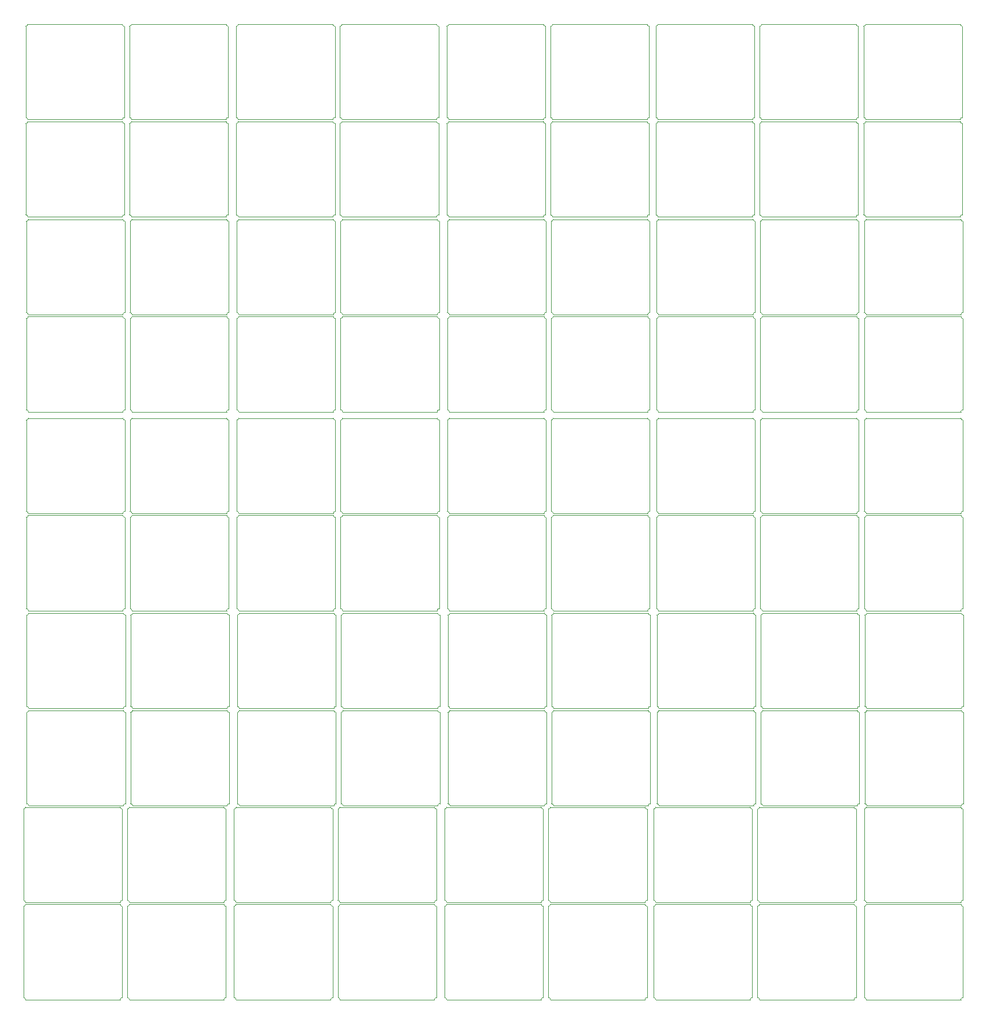
<source format=gbr>
%TF.GenerationSoftware,KiCad,Pcbnew,7.0.2*%
%TF.CreationDate,2023-05-08T22:29:03+02:00*%
%TF.ProjectId,verasity_PCB,76657261-7369-4747-995f-5043422e6b69,rev?*%
%TF.SameCoordinates,Original*%
%TF.FileFunction,Profile,NP*%
%FSLAX46Y46*%
G04 Gerber Fmt 4.6, Leading zero omitted, Abs format (unit mm)*
G04 Created by KiCad (PCBNEW 7.0.2) date 2023-05-08 22:29:03*
%MOMM*%
%LPD*%
G01*
G04 APERTURE LIST*
%TA.AperFunction,Profile*%
%ADD10C,0.010000*%
%TD*%
G04 APERTURE END LIST*
D10*
%TO.C,REF\u002A\u002A*%
X142629375Y-58784375D02*
X142629375Y-72184375D01*
X142929375Y-72484375D02*
X156829375Y-72484375D01*
X156829375Y-58484375D02*
X142929375Y-58484375D01*
X157129375Y-72184375D02*
X157129375Y-58784375D01*
X142929375Y-72484375D02*
G75*
G03*
X142629375Y-72184375I-300000J0D01*
G01*
X142629375Y-58784375D02*
G75*
G03*
X142929375Y-58484375I0J300000D01*
G01*
X157129375Y-72184375D02*
G75*
G03*
X156829375Y-72484375I0J-300000D01*
G01*
X156829375Y-58484375D02*
G75*
G03*
X157129375Y-58784375I300000J0D01*
G01*
X80856250Y-15842500D02*
X80856250Y-29242500D01*
X81156250Y-29542500D02*
X95056250Y-29542500D01*
X95056250Y-15542500D02*
X81156250Y-15542500D01*
X95356250Y-29242500D02*
X95356250Y-15842500D01*
X81156250Y-29542500D02*
G75*
G03*
X80856250Y-29242500I-300000J0D01*
G01*
X80856250Y-15842500D02*
G75*
G03*
X81156250Y-15542500I0J300000D01*
G01*
X95356250Y-29242500D02*
G75*
G03*
X95056250Y-29542500I0J-300000D01*
G01*
X95056250Y-15542500D02*
G75*
G03*
X95356250Y-15842500I300000J0D01*
G01*
X157850000Y-72992500D02*
X157850000Y-86392500D01*
X158150000Y-86692500D02*
X172050000Y-86692500D01*
X172050000Y-72692500D02*
X158150000Y-72692500D01*
X172350000Y-86392500D02*
X172350000Y-72992500D01*
X158150000Y-86692500D02*
G75*
G03*
X157850000Y-86392500I-300000J0D01*
G01*
X157850000Y-72992500D02*
G75*
G03*
X158150000Y-72692500I0J300000D01*
G01*
X172350000Y-86392500D02*
G75*
G03*
X172050000Y-86692500I0J-300000D01*
G01*
X172050000Y-72692500D02*
G75*
G03*
X172350000Y-72992500I300000J0D01*
G01*
X157929375Y-44496875D02*
X157929375Y-57896875D01*
X158229375Y-58196875D02*
X172129375Y-58196875D01*
X172129375Y-44196875D02*
X158229375Y-44196875D01*
X172429375Y-57896875D02*
X172429375Y-44496875D01*
X158229375Y-58196875D02*
G75*
G03*
X157929375Y-57896875I-300000J0D01*
G01*
X157929375Y-44496875D02*
G75*
G03*
X158229375Y-44196875I0J300000D01*
G01*
X172429375Y-57896875D02*
G75*
G03*
X172129375Y-58196875I0J-300000D01*
G01*
X172129375Y-44196875D02*
G75*
G03*
X172429375Y-44496875I300000J0D01*
G01*
X111891875Y-44496875D02*
X111891875Y-57896875D01*
X112191875Y-58196875D02*
X126091875Y-58196875D01*
X126091875Y-44196875D02*
X112191875Y-44196875D01*
X126391875Y-57896875D02*
X126391875Y-44496875D01*
X112191875Y-58196875D02*
G75*
G03*
X111891875Y-57896875I-300000J0D01*
G01*
X111891875Y-44496875D02*
G75*
G03*
X112191875Y-44196875I0J300000D01*
G01*
X126391875Y-57896875D02*
G75*
G03*
X126091875Y-58196875I0J-300000D01*
G01*
X126091875Y-44196875D02*
G75*
G03*
X126391875Y-44496875I300000J0D01*
G01*
X157850000Y-920000D02*
X157850000Y-14320000D01*
X158150000Y-14620000D02*
X172050000Y-14620000D01*
X172050000Y-620000D02*
X158150000Y-620000D01*
X172350000Y-14320000D02*
X172350000Y-920000D01*
X158150000Y-14620000D02*
G75*
G03*
X157850000Y-14320000I-300000J0D01*
G01*
X157850000Y-920000D02*
G75*
G03*
X158150000Y-620000I0J300000D01*
G01*
X172350000Y-14320000D02*
G75*
G03*
X172050000Y-14620000I0J-300000D01*
G01*
X172050000Y-620000D02*
G75*
G03*
X172350000Y-920000I300000J0D01*
G01*
X142550000Y13367500D02*
X142550000Y-32500D01*
X142850000Y-332500D02*
X156750000Y-332500D01*
X156750000Y13667500D02*
X142850000Y13667500D01*
X157050000Y-32500D02*
X157050000Y13367500D01*
X142850000Y-332500D02*
G75*
G03*
X142550000Y-32500I-300000J0D01*
G01*
X142550000Y13367500D02*
G75*
G03*
X142850000Y13667500I0J300000D01*
G01*
X157050000Y-32500D02*
G75*
G03*
X156750000Y-332500I0J-300000D01*
G01*
X156750000Y13667500D02*
G75*
G03*
X157050000Y13367500I300000J0D01*
G01*
X34640625Y13367500D02*
X34640625Y-32500D01*
X34940625Y-332500D02*
X48840625Y-332500D01*
X48840625Y13667500D02*
X34940625Y13667500D01*
X49140625Y-32500D02*
X49140625Y13367500D01*
X34940625Y-332500D02*
G75*
G03*
X34640625Y-32500I-300000J0D01*
G01*
X34640625Y13367500D02*
G75*
G03*
X34940625Y13667500I0J300000D01*
G01*
X49140625Y-32500D02*
G75*
G03*
X48840625Y-332500I0J-300000D01*
G01*
X48840625Y13667500D02*
G75*
G03*
X49140625Y13367500I300000J0D01*
G01*
X65676250Y-44496875D02*
X65676250Y-57896875D01*
X65976250Y-58196875D02*
X79876250Y-58196875D01*
X79876250Y-44196875D02*
X65976250Y-44196875D01*
X80176250Y-57896875D02*
X80176250Y-44496875D01*
X65976250Y-58196875D02*
G75*
G03*
X65676250Y-57896875I-300000J0D01*
G01*
X65676250Y-44496875D02*
G75*
G03*
X65976250Y-44196875I0J300000D01*
G01*
X80176250Y-57896875D02*
G75*
G03*
X79876250Y-58196875I0J-300000D01*
G01*
X79876250Y-44196875D02*
G75*
G03*
X80176250Y-44496875I300000J0D01*
G01*
X80935625Y-58784375D02*
X80935625Y-72184375D01*
X81235625Y-72484375D02*
X95135625Y-72484375D01*
X95135625Y-58484375D02*
X81235625Y-58484375D01*
X95435625Y-72184375D02*
X95435625Y-58784375D01*
X81235625Y-72484375D02*
G75*
G03*
X80935625Y-72184375I-300000J0D01*
G01*
X80935625Y-58784375D02*
G75*
G03*
X81235625Y-58484375I0J300000D01*
G01*
X95435625Y-72184375D02*
G75*
G03*
X95135625Y-72484375I0J-300000D01*
G01*
X95135625Y-58484375D02*
G75*
G03*
X95435625Y-58784375I300000J0D01*
G01*
X65200000Y-87280000D02*
X65200000Y-100680000D01*
X65500000Y-100980000D02*
X79400000Y-100980000D01*
X79400000Y-86980000D02*
X65500000Y-86980000D01*
X79700000Y-100680000D02*
X79700000Y-87280000D01*
X65500000Y-100980000D02*
G75*
G03*
X65200000Y-100680000I-300000J0D01*
G01*
X65200000Y-87280000D02*
G75*
G03*
X65500000Y-86980000I0J300000D01*
G01*
X79700000Y-100680000D02*
G75*
G03*
X79400000Y-100980000I0J-300000D01*
G01*
X79400000Y-86980000D02*
G75*
G03*
X79700000Y-87280000I300000J0D01*
G01*
X96553125Y13367500D02*
X96553125Y-32500D01*
X96853125Y-332500D02*
X110753125Y-332500D01*
X110753125Y13667500D02*
X96853125Y13667500D01*
X111053125Y-32500D02*
X111053125Y13367500D01*
X96853125Y-332500D02*
G75*
G03*
X96553125Y-32500I-300000J0D01*
G01*
X96553125Y13367500D02*
G75*
G03*
X96853125Y13667500I0J300000D01*
G01*
X111053125Y-32500D02*
G75*
G03*
X110753125Y-332500I0J-300000D01*
G01*
X110753125Y13667500D02*
G75*
G03*
X111053125Y13367500I300000J0D01*
G01*
X49820625Y27734375D02*
X49820625Y14334375D01*
X50120625Y14034375D02*
X64020625Y14034375D01*
X64020625Y28034375D02*
X50120625Y28034375D01*
X64320625Y14334375D02*
X64320625Y27734375D01*
X50120625Y14034375D02*
G75*
G03*
X49820625Y14334375I-300000J0D01*
G01*
X49820625Y27734375D02*
G75*
G03*
X50120625Y28034375I0J300000D01*
G01*
X64320625Y14334375D02*
G75*
G03*
X64020625Y14034375I0J-300000D01*
G01*
X64020625Y28034375D02*
G75*
G03*
X64320625Y27734375I300000J0D01*
G01*
X157929375Y-58784375D02*
X157929375Y-72184375D01*
X158229375Y-72484375D02*
X172129375Y-72484375D01*
X172129375Y-58484375D02*
X158229375Y-58484375D01*
X172429375Y-72184375D02*
X172429375Y-58784375D01*
X158229375Y-72484375D02*
G75*
G03*
X157929375Y-72184375I-300000J0D01*
G01*
X157929375Y-58784375D02*
G75*
G03*
X158229375Y-58484375I0J300000D01*
G01*
X172429375Y-72184375D02*
G75*
G03*
X172129375Y-72484375I0J-300000D01*
G01*
X172129375Y-58484375D02*
G75*
G03*
X172429375Y-58784375I300000J0D01*
G01*
X34561250Y27734375D02*
X34561250Y14334375D01*
X34861250Y14034375D02*
X48761250Y14034375D01*
X48761250Y28034375D02*
X34861250Y28034375D01*
X49061250Y14334375D02*
X49061250Y27734375D01*
X34861250Y14034375D02*
G75*
G03*
X34561250Y14334375I-300000J0D01*
G01*
X34561250Y27734375D02*
G75*
G03*
X34861250Y28034375I0J300000D01*
G01*
X49061250Y14334375D02*
G75*
G03*
X48761250Y14034375I0J-300000D01*
G01*
X48761250Y28034375D02*
G75*
G03*
X49061250Y27734375I300000J0D01*
G01*
X65596875Y-920000D02*
X65596875Y-14320000D01*
X65896875Y-14620000D02*
X79796875Y-14620000D01*
X79796875Y-620000D02*
X65896875Y-620000D01*
X80096875Y-14320000D02*
X80096875Y-920000D01*
X65896875Y-14620000D02*
G75*
G03*
X65596875Y-14320000I-300000J0D01*
G01*
X65596875Y-920000D02*
G75*
G03*
X65896875Y-620000I0J300000D01*
G01*
X80096875Y-14320000D02*
G75*
G03*
X79796875Y-14620000I0J-300000D01*
G01*
X79796875Y-620000D02*
G75*
G03*
X80096875Y-920000I300000J0D01*
G01*
X142153125Y-87280000D02*
X142153125Y-100680000D01*
X142453125Y-100980000D02*
X156353125Y-100980000D01*
X156353125Y-86980000D02*
X142453125Y-86980000D01*
X156653125Y-100680000D02*
X156653125Y-87280000D01*
X142453125Y-100980000D02*
G75*
G03*
X142153125Y-100680000I-300000J0D01*
G01*
X142153125Y-87280000D02*
G75*
G03*
X142453125Y-86980000I0J300000D01*
G01*
X156653125Y-100680000D02*
G75*
G03*
X156353125Y-100980000I0J-300000D01*
G01*
X156353125Y-86980000D02*
G75*
G03*
X156653125Y-87280000I300000J0D01*
G01*
X34720000Y-44496875D02*
X34720000Y-57896875D01*
X35020000Y-58196875D02*
X48920000Y-58196875D01*
X48920000Y-44196875D02*
X35020000Y-44196875D01*
X49220000Y-57896875D02*
X49220000Y-44496875D01*
X35020000Y-58196875D02*
G75*
G03*
X34720000Y-57896875I-300000J0D01*
G01*
X34720000Y-44496875D02*
G75*
G03*
X35020000Y-44196875I0J300000D01*
G01*
X49220000Y-57896875D02*
G75*
G03*
X48920000Y-58196875I0J-300000D01*
G01*
X48920000Y-44196875D02*
G75*
G03*
X49220000Y-44496875I300000J0D01*
G01*
X80776875Y27734375D02*
X80776875Y14334375D01*
X81076875Y14034375D02*
X94976875Y14034375D01*
X94976875Y28034375D02*
X81076875Y28034375D01*
X95276875Y14334375D02*
X95276875Y27734375D01*
X81076875Y14034375D02*
G75*
G03*
X80776875Y14334375I-300000J0D01*
G01*
X80776875Y27734375D02*
G75*
G03*
X81076875Y28034375I0J300000D01*
G01*
X95276875Y14334375D02*
G75*
G03*
X94976875Y14034375I0J-300000D01*
G01*
X94976875Y28034375D02*
G75*
G03*
X95276875Y27734375I300000J0D01*
G01*
X142470625Y42021875D02*
X142470625Y28621875D01*
X142770625Y28321875D02*
X156670625Y28321875D01*
X156670625Y42321875D02*
X142770625Y42321875D01*
X156970625Y28621875D02*
X156970625Y42021875D01*
X142770625Y28321875D02*
G75*
G03*
X142470625Y28621875I-300000J0D01*
G01*
X142470625Y42021875D02*
G75*
G03*
X142770625Y42321875I0J300000D01*
G01*
X156970625Y28621875D02*
G75*
G03*
X156670625Y28321875I0J-300000D01*
G01*
X156670625Y42321875D02*
G75*
G03*
X156970625Y42021875I300000J0D01*
G01*
X80935625Y-44496875D02*
X80935625Y-57896875D01*
X81235625Y-58196875D02*
X95135625Y-58196875D01*
X95135625Y-44196875D02*
X81235625Y-44196875D01*
X95435625Y-57896875D02*
X95435625Y-44496875D01*
X81235625Y-58196875D02*
G75*
G03*
X80935625Y-57896875I-300000J0D01*
G01*
X80935625Y-44496875D02*
G75*
G03*
X81235625Y-44196875I0J300000D01*
G01*
X95435625Y-57896875D02*
G75*
G03*
X95135625Y-58196875I0J-300000D01*
G01*
X95135625Y-44196875D02*
G75*
G03*
X95435625Y-44496875I300000J0D01*
G01*
X96156250Y-72992500D02*
X96156250Y-86392500D01*
X96456250Y-86692500D02*
X110356250Y-86692500D01*
X110356250Y-72692500D02*
X96456250Y-72692500D01*
X110656250Y-86392500D02*
X110656250Y-72992500D01*
X96456250Y-86692500D02*
G75*
G03*
X96156250Y-86392500I-300000J0D01*
G01*
X96156250Y-72992500D02*
G75*
G03*
X96456250Y-72692500I0J300000D01*
G01*
X110656250Y-86392500D02*
G75*
G03*
X110356250Y-86692500I0J-300000D01*
G01*
X110356250Y-72692500D02*
G75*
G03*
X110656250Y-72992500I300000J0D01*
G01*
X127211250Y42021875D02*
X127211250Y28621875D01*
X127511250Y28321875D02*
X141411250Y28321875D01*
X141411250Y42321875D02*
X127511250Y42321875D01*
X141711250Y28621875D02*
X141711250Y42021875D01*
X127511250Y28321875D02*
G75*
G03*
X127211250Y28621875I-300000J0D01*
G01*
X127211250Y42021875D02*
G75*
G03*
X127511250Y42321875I0J300000D01*
G01*
X141711250Y28621875D02*
G75*
G03*
X141411250Y28321875I0J-300000D01*
G01*
X141411250Y42321875D02*
G75*
G03*
X141711250Y42021875I300000J0D01*
G01*
X80776875Y42021875D02*
X80776875Y28621875D01*
X81076875Y28321875D02*
X94976875Y28321875D01*
X94976875Y42321875D02*
X81076875Y42321875D01*
X95276875Y28621875D02*
X95276875Y42021875D01*
X81076875Y28321875D02*
G75*
G03*
X80776875Y28621875I-300000J0D01*
G01*
X80776875Y42021875D02*
G75*
G03*
X81076875Y42321875I0J300000D01*
G01*
X95276875Y28621875D02*
G75*
G03*
X94976875Y28321875I0J-300000D01*
G01*
X94976875Y42321875D02*
G75*
G03*
X95276875Y42021875I300000J0D01*
G01*
X157770625Y42021875D02*
X157770625Y28621875D01*
X158070625Y28321875D02*
X171970625Y28321875D01*
X171970625Y42321875D02*
X158070625Y42321875D01*
X172270625Y28621875D02*
X172270625Y42021875D01*
X158070625Y28321875D02*
G75*
G03*
X157770625Y28621875I-300000J0D01*
G01*
X157770625Y42021875D02*
G75*
G03*
X158070625Y42321875I0J300000D01*
G01*
X172270625Y28621875D02*
G75*
G03*
X171970625Y28321875I0J-300000D01*
G01*
X171970625Y42321875D02*
G75*
G03*
X172270625Y42021875I300000J0D01*
G01*
X65517500Y42021875D02*
X65517500Y28621875D01*
X65817500Y28321875D02*
X79717500Y28321875D01*
X79717500Y42321875D02*
X65817500Y42321875D01*
X80017500Y28621875D02*
X80017500Y42021875D01*
X65817500Y28321875D02*
G75*
G03*
X65517500Y28621875I-300000J0D01*
G01*
X65517500Y42021875D02*
G75*
G03*
X65817500Y42321875I0J300000D01*
G01*
X80017500Y28621875D02*
G75*
G03*
X79717500Y28321875I0J-300000D01*
G01*
X79717500Y42321875D02*
G75*
G03*
X80017500Y42021875I300000J0D01*
G01*
X127370000Y-44496875D02*
X127370000Y-57896875D01*
X127670000Y-58196875D02*
X141570000Y-58196875D01*
X141570000Y-44196875D02*
X127670000Y-44196875D01*
X141870000Y-57896875D02*
X141870000Y-44496875D01*
X127670000Y-58196875D02*
G75*
G03*
X127370000Y-57896875I-300000J0D01*
G01*
X127370000Y-44496875D02*
G75*
G03*
X127670000Y-44196875I0J300000D01*
G01*
X141870000Y-57896875D02*
G75*
G03*
X141570000Y-58196875I0J-300000D01*
G01*
X141570000Y-44196875D02*
G75*
G03*
X141870000Y-44496875I300000J0D01*
G01*
X96632500Y-58784375D02*
X96632500Y-72184375D01*
X96932500Y-72484375D02*
X110832500Y-72484375D01*
X110832500Y-58484375D02*
X96932500Y-58484375D01*
X111132500Y-72184375D02*
X111132500Y-58784375D01*
X96932500Y-72484375D02*
G75*
G03*
X96632500Y-72184375I-300000J0D01*
G01*
X96632500Y-58784375D02*
G75*
G03*
X96932500Y-58484375I0J300000D01*
G01*
X111132500Y-72184375D02*
G75*
G03*
X110832500Y-72484375I0J-300000D01*
G01*
X110832500Y-58484375D02*
G75*
G03*
X111132500Y-58784375I300000J0D01*
G01*
X111812500Y-15842500D02*
X111812500Y-29242500D01*
X112112500Y-29542500D02*
X126012500Y-29542500D01*
X126012500Y-15542500D02*
X112112500Y-15542500D01*
X126312500Y-29242500D02*
X126312500Y-15842500D01*
X112112500Y-29542500D02*
G75*
G03*
X111812500Y-29242500I-300000J0D01*
G01*
X111812500Y-15842500D02*
G75*
G03*
X112112500Y-15542500I0J300000D01*
G01*
X126312500Y-29242500D02*
G75*
G03*
X126012500Y-29542500I0J-300000D01*
G01*
X126012500Y-15542500D02*
G75*
G03*
X126312500Y-15842500I300000J0D01*
G01*
X157770625Y27734375D02*
X157770625Y14334375D01*
X158070625Y14034375D02*
X171970625Y14034375D01*
X171970625Y28034375D02*
X158070625Y28034375D01*
X172270625Y14334375D02*
X172270625Y27734375D01*
X158070625Y14034375D02*
G75*
G03*
X157770625Y14334375I-300000J0D01*
G01*
X157770625Y27734375D02*
G75*
G03*
X158070625Y28034375I0J300000D01*
G01*
X172270625Y14334375D02*
G75*
G03*
X171970625Y14034375I0J-300000D01*
G01*
X171970625Y28034375D02*
G75*
G03*
X172270625Y27734375I300000J0D01*
G01*
X111733125Y27734375D02*
X111733125Y14334375D01*
X112033125Y14034375D02*
X125933125Y14034375D01*
X125933125Y28034375D02*
X112033125Y28034375D01*
X126233125Y14334375D02*
X126233125Y27734375D01*
X112033125Y14034375D02*
G75*
G03*
X111733125Y14334375I-300000J0D01*
G01*
X111733125Y27734375D02*
G75*
G03*
X112033125Y28034375I0J300000D01*
G01*
X126233125Y14334375D02*
G75*
G03*
X125933125Y14034375I0J-300000D01*
G01*
X125933125Y28034375D02*
G75*
G03*
X126233125Y27734375I300000J0D01*
G01*
X157850000Y13367500D02*
X157850000Y-32500D01*
X158150000Y-332500D02*
X172050000Y-332500D01*
X172050000Y13667500D02*
X158150000Y13667500D01*
X172350000Y-32500D02*
X172350000Y13367500D01*
X158150000Y-332500D02*
G75*
G03*
X157850000Y-32500I-300000J0D01*
G01*
X157850000Y13367500D02*
G75*
G03*
X158150000Y13667500I0J300000D01*
G01*
X172350000Y-32500D02*
G75*
G03*
X172050000Y-332500I0J-300000D01*
G01*
X172050000Y13667500D02*
G75*
G03*
X172350000Y13367500I300000J0D01*
G01*
X142153125Y-72992500D02*
X142153125Y-86392500D01*
X142453125Y-86692500D02*
X156353125Y-86692500D01*
X156353125Y-72692500D02*
X142453125Y-72692500D01*
X156653125Y-86392500D02*
X156653125Y-72992500D01*
X142453125Y-86692500D02*
G75*
G03*
X142153125Y-86392500I-300000J0D01*
G01*
X142153125Y-72992500D02*
G75*
G03*
X142453125Y-72692500I0J300000D01*
G01*
X156653125Y-86392500D02*
G75*
G03*
X156353125Y-86692500I0J-300000D01*
G01*
X156353125Y-72692500D02*
G75*
G03*
X156653125Y-72992500I300000J0D01*
G01*
X80459375Y-72992500D02*
X80459375Y-86392500D01*
X80759375Y-86692500D02*
X94659375Y-86692500D01*
X94659375Y-72692500D02*
X80759375Y-72692500D01*
X94959375Y-86392500D02*
X94959375Y-72992500D01*
X80759375Y-86692500D02*
G75*
G03*
X80459375Y-86392500I-300000J0D01*
G01*
X80459375Y-72992500D02*
G75*
G03*
X80759375Y-72692500I0J300000D01*
G01*
X94959375Y-86392500D02*
G75*
G03*
X94659375Y-86692500I0J-300000D01*
G01*
X94659375Y-72692500D02*
G75*
G03*
X94959375Y-72992500I300000J0D01*
G01*
X127211250Y27734375D02*
X127211250Y14334375D01*
X127511250Y14034375D02*
X141411250Y14034375D01*
X141411250Y28034375D02*
X127511250Y28034375D01*
X141711250Y14334375D02*
X141711250Y27734375D01*
X127511250Y14034375D02*
G75*
G03*
X127211250Y14334375I-300000J0D01*
G01*
X127211250Y27734375D02*
G75*
G03*
X127511250Y28034375I0J300000D01*
G01*
X141711250Y14334375D02*
G75*
G03*
X141411250Y14034375I0J-300000D01*
G01*
X141411250Y28034375D02*
G75*
G03*
X141711250Y27734375I300000J0D01*
G01*
X49979375Y-58784375D02*
X49979375Y-72184375D01*
X50279375Y-72484375D02*
X64179375Y-72484375D01*
X64179375Y-58484375D02*
X50279375Y-58484375D01*
X64479375Y-72184375D02*
X64479375Y-58784375D01*
X50279375Y-72484375D02*
G75*
G03*
X49979375Y-72184375I-300000J0D01*
G01*
X49979375Y-58784375D02*
G75*
G03*
X50279375Y-58484375I0J300000D01*
G01*
X64479375Y-72184375D02*
G75*
G03*
X64179375Y-72484375I0J-300000D01*
G01*
X64179375Y-58484375D02*
G75*
G03*
X64479375Y-58784375I300000J0D01*
G01*
X80856250Y-30130000D02*
X80856250Y-43530000D01*
X81156250Y-43830000D02*
X95056250Y-43830000D01*
X95056250Y-29830000D02*
X81156250Y-29830000D01*
X95356250Y-43530000D02*
X95356250Y-30130000D01*
X81156250Y-43830000D02*
G75*
G03*
X80856250Y-43530000I-300000J0D01*
G01*
X80856250Y-30130000D02*
G75*
G03*
X81156250Y-29830000I0J300000D01*
G01*
X95356250Y-43530000D02*
G75*
G03*
X95056250Y-43830000I0J-300000D01*
G01*
X95056250Y-29830000D02*
G75*
G03*
X95356250Y-30130000I300000J0D01*
G01*
X111812500Y-30130000D02*
X111812500Y-43530000D01*
X112112500Y-43830000D02*
X126012500Y-43830000D01*
X126012500Y-29830000D02*
X112112500Y-29830000D01*
X126312500Y-43530000D02*
X126312500Y-30130000D01*
X112112500Y-43830000D02*
G75*
G03*
X111812500Y-43530000I-300000J0D01*
G01*
X111812500Y-30130000D02*
G75*
G03*
X112112500Y-29830000I0J300000D01*
G01*
X126312500Y-43530000D02*
G75*
G03*
X126012500Y-43830000I0J-300000D01*
G01*
X126012500Y-29830000D02*
G75*
G03*
X126312500Y-30130000I300000J0D01*
G01*
X126893750Y-87280000D02*
X126893750Y-100680000D01*
X127193750Y-100980000D02*
X141093750Y-100980000D01*
X141093750Y-86980000D02*
X127193750Y-86980000D01*
X141393750Y-100680000D02*
X141393750Y-87280000D01*
X127193750Y-100980000D02*
G75*
G03*
X126893750Y-100680000I-300000J0D01*
G01*
X126893750Y-87280000D02*
G75*
G03*
X127193750Y-86980000I0J300000D01*
G01*
X141393750Y-100680000D02*
G75*
G03*
X141093750Y-100980000I0J-300000D01*
G01*
X141093750Y-86980000D02*
G75*
G03*
X141393750Y-87280000I300000J0D01*
G01*
X49820625Y42021875D02*
X49820625Y28621875D01*
X50120625Y28321875D02*
X64020625Y28321875D01*
X64020625Y42321875D02*
X50120625Y42321875D01*
X64320625Y28621875D02*
X64320625Y42021875D01*
X50120625Y28321875D02*
G75*
G03*
X49820625Y28621875I-300000J0D01*
G01*
X49820625Y42021875D02*
G75*
G03*
X50120625Y42321875I0J300000D01*
G01*
X64320625Y28621875D02*
G75*
G03*
X64020625Y28321875I0J-300000D01*
G01*
X64020625Y42321875D02*
G75*
G03*
X64320625Y42021875I300000J0D01*
G01*
X111415625Y-87280000D02*
X111415625Y-100680000D01*
X111715625Y-100980000D02*
X125615625Y-100980000D01*
X125615625Y-86980000D02*
X111715625Y-86980000D01*
X125915625Y-100680000D02*
X125915625Y-87280000D01*
X111715625Y-100980000D02*
G75*
G03*
X111415625Y-100680000I-300000J0D01*
G01*
X111415625Y-87280000D02*
G75*
G03*
X111715625Y-86980000I0J300000D01*
G01*
X125915625Y-100680000D02*
G75*
G03*
X125615625Y-100980000I0J-300000D01*
G01*
X125615625Y-86980000D02*
G75*
G03*
X125915625Y-87280000I300000J0D01*
G01*
X80459375Y-87280000D02*
X80459375Y-100680000D01*
X80759375Y-100980000D02*
X94659375Y-100980000D01*
X94659375Y-86980000D02*
X80759375Y-86980000D01*
X94959375Y-100680000D02*
X94959375Y-87280000D01*
X80759375Y-100980000D02*
G75*
G03*
X80459375Y-100680000I-300000J0D01*
G01*
X80459375Y-87280000D02*
G75*
G03*
X80759375Y-86980000I0J300000D01*
G01*
X94959375Y-100680000D02*
G75*
G03*
X94659375Y-100980000I0J-300000D01*
G01*
X94659375Y-86980000D02*
G75*
G03*
X94959375Y-87280000I300000J0D01*
G01*
X49503125Y-87280000D02*
X49503125Y-100680000D01*
X49803125Y-100980000D02*
X63703125Y-100980000D01*
X63703125Y-86980000D02*
X49803125Y-86980000D01*
X64003125Y-100680000D02*
X64003125Y-87280000D01*
X49803125Y-100980000D02*
G75*
G03*
X49503125Y-100680000I-300000J0D01*
G01*
X49503125Y-87280000D02*
G75*
G03*
X49803125Y-86980000I0J300000D01*
G01*
X64003125Y-100680000D02*
G75*
G03*
X63703125Y-100980000I0J-300000D01*
G01*
X63703125Y-86980000D02*
G75*
G03*
X64003125Y-87280000I300000J0D01*
G01*
X65517500Y27734375D02*
X65517500Y14334375D01*
X65817500Y14034375D02*
X79717500Y14034375D01*
X79717500Y28034375D02*
X65817500Y28034375D01*
X80017500Y14334375D02*
X80017500Y27734375D01*
X65817500Y14034375D02*
G75*
G03*
X65517500Y14334375I-300000J0D01*
G01*
X65517500Y27734375D02*
G75*
G03*
X65817500Y28034375I0J300000D01*
G01*
X80017500Y14334375D02*
G75*
G03*
X79717500Y14034375I0J-300000D01*
G01*
X79717500Y28034375D02*
G75*
G03*
X80017500Y27734375I300000J0D01*
G01*
X142470625Y27734375D02*
X142470625Y14334375D01*
X142770625Y14034375D02*
X156670625Y14034375D01*
X156670625Y28034375D02*
X142770625Y28034375D01*
X156970625Y14334375D02*
X156970625Y27734375D01*
X142770625Y14034375D02*
G75*
G03*
X142470625Y14334375I-300000J0D01*
G01*
X142470625Y27734375D02*
G75*
G03*
X142770625Y28034375I0J300000D01*
G01*
X156970625Y14334375D02*
G75*
G03*
X156670625Y14034375I0J-300000D01*
G01*
X156670625Y28034375D02*
G75*
G03*
X156970625Y27734375I300000J0D01*
G01*
X49979375Y-44496875D02*
X49979375Y-57896875D01*
X50279375Y-58196875D02*
X64179375Y-58196875D01*
X64179375Y-44196875D02*
X50279375Y-44196875D01*
X64479375Y-57896875D02*
X64479375Y-44496875D01*
X50279375Y-58196875D02*
G75*
G03*
X49979375Y-57896875I-300000J0D01*
G01*
X49979375Y-44496875D02*
G75*
G03*
X50279375Y-44196875I0J300000D01*
G01*
X64479375Y-57896875D02*
G75*
G03*
X64179375Y-58196875I0J-300000D01*
G01*
X64179375Y-44196875D02*
G75*
G03*
X64479375Y-44496875I300000J0D01*
G01*
X80856250Y-920000D02*
X80856250Y-14320000D01*
X81156250Y-14620000D02*
X95056250Y-14620000D01*
X95056250Y-620000D02*
X81156250Y-620000D01*
X95356250Y-14320000D02*
X95356250Y-920000D01*
X81156250Y-14620000D02*
G75*
G03*
X80856250Y-14320000I-300000J0D01*
G01*
X80856250Y-920000D02*
G75*
G03*
X81156250Y-620000I0J300000D01*
G01*
X95356250Y-14320000D02*
G75*
G03*
X95056250Y-14620000I0J-300000D01*
G01*
X95056250Y-620000D02*
G75*
G03*
X95356250Y-920000I300000J0D01*
G01*
X34243750Y-87280000D02*
X34243750Y-100680000D01*
X34543750Y-100980000D02*
X48443750Y-100980000D01*
X48443750Y-86980000D02*
X34543750Y-86980000D01*
X48743750Y-100680000D02*
X48743750Y-87280000D01*
X34543750Y-100980000D02*
G75*
G03*
X34243750Y-100680000I-300000J0D01*
G01*
X34243750Y-87280000D02*
G75*
G03*
X34543750Y-86980000I0J300000D01*
G01*
X48743750Y-100680000D02*
G75*
G03*
X48443750Y-100980000I0J-300000D01*
G01*
X48443750Y-86980000D02*
G75*
G03*
X48743750Y-87280000I300000J0D01*
G01*
X96473750Y42021875D02*
X96473750Y28621875D01*
X96773750Y28321875D02*
X110673750Y28321875D01*
X110673750Y42321875D02*
X96773750Y42321875D01*
X110973750Y28621875D02*
X110973750Y42021875D01*
X96773750Y28321875D02*
G75*
G03*
X96473750Y28621875I-300000J0D01*
G01*
X96473750Y42021875D02*
G75*
G03*
X96773750Y42321875I0J300000D01*
G01*
X110973750Y28621875D02*
G75*
G03*
X110673750Y28321875I0J-300000D01*
G01*
X110673750Y42321875D02*
G75*
G03*
X110973750Y42021875I300000J0D01*
G01*
X142550000Y-920000D02*
X142550000Y-14320000D01*
X142850000Y-14620000D02*
X156750000Y-14620000D01*
X156750000Y-620000D02*
X142850000Y-620000D01*
X157050000Y-14320000D02*
X157050000Y-920000D01*
X142850000Y-14620000D02*
G75*
G03*
X142550000Y-14320000I-300000J0D01*
G01*
X142550000Y-920000D02*
G75*
G03*
X142850000Y-620000I0J300000D01*
G01*
X157050000Y-14320000D02*
G75*
G03*
X156750000Y-14620000I0J-300000D01*
G01*
X156750000Y-620000D02*
G75*
G03*
X157050000Y-920000I300000J0D01*
G01*
X49503125Y-72992500D02*
X49503125Y-86392500D01*
X49803125Y-86692500D02*
X63703125Y-86692500D01*
X63703125Y-72692500D02*
X49803125Y-72692500D01*
X64003125Y-86392500D02*
X64003125Y-72992500D01*
X49803125Y-86692500D02*
G75*
G03*
X49503125Y-86392500I-300000J0D01*
G01*
X49503125Y-72992500D02*
G75*
G03*
X49803125Y-72692500I0J300000D01*
G01*
X64003125Y-86392500D02*
G75*
G03*
X63703125Y-86692500I0J-300000D01*
G01*
X63703125Y-72692500D02*
G75*
G03*
X64003125Y-72992500I300000J0D01*
G01*
X49900000Y-15842500D02*
X49900000Y-29242500D01*
X50200000Y-29542500D02*
X64100000Y-29542500D01*
X64100000Y-15542500D02*
X50200000Y-15542500D01*
X64400000Y-29242500D02*
X64400000Y-15842500D01*
X50200000Y-29542500D02*
G75*
G03*
X49900000Y-29242500I-300000J0D01*
G01*
X49900000Y-15842500D02*
G75*
G03*
X50200000Y-15542500I0J300000D01*
G01*
X64400000Y-29242500D02*
G75*
G03*
X64100000Y-29542500I0J-300000D01*
G01*
X64100000Y-15542500D02*
G75*
G03*
X64400000Y-15842500I300000J0D01*
G01*
X111733125Y42021875D02*
X111733125Y28621875D01*
X112033125Y28321875D02*
X125933125Y28321875D01*
X125933125Y42321875D02*
X112033125Y42321875D01*
X126233125Y28621875D02*
X126233125Y42021875D01*
X112033125Y28321875D02*
G75*
G03*
X111733125Y28621875I-300000J0D01*
G01*
X111733125Y42021875D02*
G75*
G03*
X112033125Y42321875I0J300000D01*
G01*
X126233125Y28621875D02*
G75*
G03*
X125933125Y28321875I0J-300000D01*
G01*
X125933125Y42321875D02*
G75*
G03*
X126233125Y42021875I300000J0D01*
G01*
X49900000Y-920000D02*
X49900000Y-14320000D01*
X50200000Y-14620000D02*
X64100000Y-14620000D01*
X64100000Y-620000D02*
X50200000Y-620000D01*
X64400000Y-14320000D02*
X64400000Y-920000D01*
X50200000Y-14620000D02*
G75*
G03*
X49900000Y-14320000I-300000J0D01*
G01*
X49900000Y-920000D02*
G75*
G03*
X50200000Y-620000I0J300000D01*
G01*
X64400000Y-14320000D02*
G75*
G03*
X64100000Y-14620000I0J-300000D01*
G01*
X64100000Y-620000D02*
G75*
G03*
X64400000Y-920000I300000J0D01*
G01*
X65596875Y-15842500D02*
X65596875Y-29242500D01*
X65896875Y-29542500D02*
X79796875Y-29542500D01*
X79796875Y-15542500D02*
X65896875Y-15542500D01*
X80096875Y-29242500D02*
X80096875Y-15842500D01*
X65896875Y-29542500D02*
G75*
G03*
X65596875Y-29242500I-300000J0D01*
G01*
X65596875Y-15842500D02*
G75*
G03*
X65896875Y-15542500I0J300000D01*
G01*
X80096875Y-29242500D02*
G75*
G03*
X79796875Y-29542500I0J-300000D01*
G01*
X79796875Y-15542500D02*
G75*
G03*
X80096875Y-15842500I300000J0D01*
G01*
X127370000Y-58784375D02*
X127370000Y-72184375D01*
X127670000Y-72484375D02*
X141570000Y-72484375D01*
X141570000Y-58484375D02*
X127670000Y-58484375D01*
X141870000Y-72184375D02*
X141870000Y-58784375D01*
X127670000Y-72484375D02*
G75*
G03*
X127370000Y-72184375I-300000J0D01*
G01*
X127370000Y-58784375D02*
G75*
G03*
X127670000Y-58484375I0J300000D01*
G01*
X141870000Y-72184375D02*
G75*
G03*
X141570000Y-72484375I0J-300000D01*
G01*
X141570000Y-58484375D02*
G75*
G03*
X141870000Y-58784375I300000J0D01*
G01*
X96553125Y-30130000D02*
X96553125Y-43530000D01*
X96853125Y-43830000D02*
X110753125Y-43830000D01*
X110753125Y-29830000D02*
X96853125Y-29830000D01*
X111053125Y-43530000D02*
X111053125Y-30130000D01*
X96853125Y-43830000D02*
G75*
G03*
X96553125Y-43530000I-300000J0D01*
G01*
X96553125Y-30130000D02*
G75*
G03*
X96853125Y-29830000I0J300000D01*
G01*
X111053125Y-43530000D02*
G75*
G03*
X110753125Y-43830000I0J-300000D01*
G01*
X110753125Y-29830000D02*
G75*
G03*
X111053125Y-30130000I300000J0D01*
G01*
X142550000Y-15842500D02*
X142550000Y-29242500D01*
X142850000Y-29542500D02*
X156750000Y-29542500D01*
X156750000Y-15542500D02*
X142850000Y-15542500D01*
X157050000Y-29242500D02*
X157050000Y-15842500D01*
X142850000Y-29542500D02*
G75*
G03*
X142550000Y-29242500I-300000J0D01*
G01*
X142550000Y-15842500D02*
G75*
G03*
X142850000Y-15542500I0J300000D01*
G01*
X157050000Y-29242500D02*
G75*
G03*
X156750000Y-29542500I0J-300000D01*
G01*
X156750000Y-15542500D02*
G75*
G03*
X157050000Y-15842500I300000J0D01*
G01*
X96553125Y-15842500D02*
X96553125Y-29242500D01*
X96853125Y-29542500D02*
X110753125Y-29542500D01*
X110753125Y-15542500D02*
X96853125Y-15542500D01*
X111053125Y-29242500D02*
X111053125Y-15842500D01*
X96853125Y-29542500D02*
G75*
G03*
X96553125Y-29242500I-300000J0D01*
G01*
X96553125Y-15842500D02*
G75*
G03*
X96853125Y-15542500I0J300000D01*
G01*
X111053125Y-29242500D02*
G75*
G03*
X110753125Y-29542500I0J-300000D01*
G01*
X110753125Y-15542500D02*
G75*
G03*
X111053125Y-15842500I300000J0D01*
G01*
X49900000Y13367500D02*
X49900000Y-32500D01*
X50200000Y-332500D02*
X64100000Y-332500D01*
X64100000Y13667500D02*
X50200000Y13667500D01*
X64400000Y-32500D02*
X64400000Y13367500D01*
X50200000Y-332500D02*
G75*
G03*
X49900000Y-32500I-300000J0D01*
G01*
X49900000Y13367500D02*
G75*
G03*
X50200000Y13667500I0J300000D01*
G01*
X64400000Y-32500D02*
G75*
G03*
X64100000Y-332500I0J-300000D01*
G01*
X64100000Y13667500D02*
G75*
G03*
X64400000Y13367500I300000J0D01*
G01*
X34720000Y-58784375D02*
X34720000Y-72184375D01*
X35020000Y-72484375D02*
X48920000Y-72484375D01*
X48920000Y-58484375D02*
X35020000Y-58484375D01*
X49220000Y-72184375D02*
X49220000Y-58784375D01*
X35020000Y-72484375D02*
G75*
G03*
X34720000Y-72184375I-300000J0D01*
G01*
X34720000Y-58784375D02*
G75*
G03*
X35020000Y-58484375I0J300000D01*
G01*
X49220000Y-72184375D02*
G75*
G03*
X48920000Y-72484375I0J-300000D01*
G01*
X48920000Y-58484375D02*
G75*
G03*
X49220000Y-58784375I300000J0D01*
G01*
X96553125Y-920000D02*
X96553125Y-14320000D01*
X96853125Y-14620000D02*
X110753125Y-14620000D01*
X110753125Y-620000D02*
X96853125Y-620000D01*
X111053125Y-14320000D02*
X111053125Y-920000D01*
X96853125Y-14620000D02*
G75*
G03*
X96553125Y-14320000I-300000J0D01*
G01*
X96553125Y-920000D02*
G75*
G03*
X96853125Y-620000I0J300000D01*
G01*
X111053125Y-14320000D02*
G75*
G03*
X110753125Y-14620000I0J-300000D01*
G01*
X110753125Y-620000D02*
G75*
G03*
X111053125Y-920000I300000J0D01*
G01*
X142550000Y-30130000D02*
X142550000Y-43530000D01*
X142850000Y-43830000D02*
X156750000Y-43830000D01*
X156750000Y-29830000D02*
X142850000Y-29830000D01*
X157050000Y-43530000D02*
X157050000Y-30130000D01*
X142850000Y-43830000D02*
G75*
G03*
X142550000Y-43530000I-300000J0D01*
G01*
X142550000Y-30130000D02*
G75*
G03*
X142850000Y-29830000I0J300000D01*
G01*
X157050000Y-43530000D02*
G75*
G03*
X156750000Y-43830000I0J-300000D01*
G01*
X156750000Y-29830000D02*
G75*
G03*
X157050000Y-30130000I300000J0D01*
G01*
X111891875Y-58784375D02*
X111891875Y-72184375D01*
X112191875Y-72484375D02*
X126091875Y-72484375D01*
X126091875Y-58484375D02*
X112191875Y-58484375D01*
X126391875Y-72184375D02*
X126391875Y-58784375D01*
X112191875Y-72484375D02*
G75*
G03*
X111891875Y-72184375I-300000J0D01*
G01*
X111891875Y-58784375D02*
G75*
G03*
X112191875Y-58484375I0J300000D01*
G01*
X126391875Y-72184375D02*
G75*
G03*
X126091875Y-72484375I0J-300000D01*
G01*
X126091875Y-58484375D02*
G75*
G03*
X126391875Y-58784375I300000J0D01*
G01*
X111415625Y-72992500D02*
X111415625Y-86392500D01*
X111715625Y-86692500D02*
X125615625Y-86692500D01*
X125615625Y-72692500D02*
X111715625Y-72692500D01*
X125915625Y-86392500D02*
X125915625Y-72992500D01*
X111715625Y-86692500D02*
G75*
G03*
X111415625Y-86392500I-300000J0D01*
G01*
X111415625Y-72992500D02*
G75*
G03*
X111715625Y-72692500I0J300000D01*
G01*
X125915625Y-86392500D02*
G75*
G03*
X125615625Y-86692500I0J-300000D01*
G01*
X125615625Y-72692500D02*
G75*
G03*
X125915625Y-72992500I300000J0D01*
G01*
X34640625Y-15842500D02*
X34640625Y-29242500D01*
X34940625Y-29542500D02*
X48840625Y-29542500D01*
X48840625Y-15542500D02*
X34940625Y-15542500D01*
X49140625Y-29242500D02*
X49140625Y-15842500D01*
X34940625Y-29542500D02*
G75*
G03*
X34640625Y-29242500I-300000J0D01*
G01*
X34640625Y-15842500D02*
G75*
G03*
X34940625Y-15542500I0J300000D01*
G01*
X49140625Y-29242500D02*
G75*
G03*
X48840625Y-29542500I0J-300000D01*
G01*
X48840625Y-15542500D02*
G75*
G03*
X49140625Y-15842500I300000J0D01*
G01*
X157850000Y-30130000D02*
X157850000Y-43530000D01*
X158150000Y-43830000D02*
X172050000Y-43830000D01*
X172050000Y-29830000D02*
X158150000Y-29830000D01*
X172350000Y-43530000D02*
X172350000Y-30130000D01*
X158150000Y-43830000D02*
G75*
G03*
X157850000Y-43530000I-300000J0D01*
G01*
X157850000Y-30130000D02*
G75*
G03*
X158150000Y-29830000I0J300000D01*
G01*
X172350000Y-43530000D02*
G75*
G03*
X172050000Y-43830000I0J-300000D01*
G01*
X172050000Y-29830000D02*
G75*
G03*
X172350000Y-30130000I300000J0D01*
G01*
X96156250Y-87280000D02*
X96156250Y-100680000D01*
X96456250Y-100980000D02*
X110356250Y-100980000D01*
X110356250Y-86980000D02*
X96456250Y-86980000D01*
X110656250Y-100680000D02*
X110656250Y-87280000D01*
X96456250Y-100980000D02*
G75*
G03*
X96156250Y-100680000I-300000J0D01*
G01*
X96156250Y-87280000D02*
G75*
G03*
X96456250Y-86980000I0J300000D01*
G01*
X110656250Y-100680000D02*
G75*
G03*
X110356250Y-100980000I0J-300000D01*
G01*
X110356250Y-86980000D02*
G75*
G03*
X110656250Y-87280000I300000J0D01*
G01*
X127290625Y-30130000D02*
X127290625Y-43530000D01*
X127590625Y-43830000D02*
X141490625Y-43830000D01*
X141490625Y-29830000D02*
X127590625Y-29830000D01*
X141790625Y-43530000D02*
X141790625Y-30130000D01*
X127590625Y-43830000D02*
G75*
G03*
X127290625Y-43530000I-300000J0D01*
G01*
X127290625Y-30130000D02*
G75*
G03*
X127590625Y-29830000I0J300000D01*
G01*
X141790625Y-43530000D02*
G75*
G03*
X141490625Y-43830000I0J-300000D01*
G01*
X141490625Y-29830000D02*
G75*
G03*
X141790625Y-30130000I300000J0D01*
G01*
X96632500Y-44496875D02*
X96632500Y-57896875D01*
X96932500Y-58196875D02*
X110832500Y-58196875D01*
X110832500Y-44196875D02*
X96932500Y-44196875D01*
X111132500Y-57896875D02*
X111132500Y-44496875D01*
X96932500Y-58196875D02*
G75*
G03*
X96632500Y-57896875I-300000J0D01*
G01*
X96632500Y-44496875D02*
G75*
G03*
X96932500Y-44196875I0J300000D01*
G01*
X111132500Y-57896875D02*
G75*
G03*
X110832500Y-58196875I0J-300000D01*
G01*
X110832500Y-44196875D02*
G75*
G03*
X111132500Y-44496875I300000J0D01*
G01*
X65596875Y-30130000D02*
X65596875Y-43530000D01*
X65896875Y-43830000D02*
X79796875Y-43830000D01*
X79796875Y-29830000D02*
X65896875Y-29830000D01*
X80096875Y-43530000D02*
X80096875Y-30130000D01*
X65896875Y-43830000D02*
G75*
G03*
X65596875Y-43530000I-300000J0D01*
G01*
X65596875Y-30130000D02*
G75*
G03*
X65896875Y-29830000I0J300000D01*
G01*
X80096875Y-43530000D02*
G75*
G03*
X79796875Y-43830000I0J-300000D01*
G01*
X79796875Y-29830000D02*
G75*
G03*
X80096875Y-30130000I300000J0D01*
G01*
X34561250Y42021875D02*
X34561250Y28621875D01*
X34861250Y28321875D02*
X48761250Y28321875D01*
X48761250Y42321875D02*
X34861250Y42321875D01*
X49061250Y28621875D02*
X49061250Y42021875D01*
X34861250Y28321875D02*
G75*
G03*
X34561250Y28621875I-300000J0D01*
G01*
X34561250Y42021875D02*
G75*
G03*
X34861250Y42321875I0J300000D01*
G01*
X49061250Y28621875D02*
G75*
G03*
X48761250Y28321875I0J-300000D01*
G01*
X48761250Y42321875D02*
G75*
G03*
X49061250Y42021875I300000J0D01*
G01*
X127290625Y-920000D02*
X127290625Y-14320000D01*
X127590625Y-14620000D02*
X141490625Y-14620000D01*
X141490625Y-620000D02*
X127590625Y-620000D01*
X141790625Y-14320000D02*
X141790625Y-920000D01*
X127590625Y-14620000D02*
G75*
G03*
X127290625Y-14320000I-300000J0D01*
G01*
X127290625Y-920000D02*
G75*
G03*
X127590625Y-620000I0J300000D01*
G01*
X141790625Y-14320000D02*
G75*
G03*
X141490625Y-14620000I0J-300000D01*
G01*
X141490625Y-620000D02*
G75*
G03*
X141790625Y-920000I300000J0D01*
G01*
X80856250Y13367500D02*
X80856250Y-32500D01*
X81156250Y-332500D02*
X95056250Y-332500D01*
X95056250Y13667500D02*
X81156250Y13667500D01*
X95356250Y-32500D02*
X95356250Y13367500D01*
X81156250Y-332500D02*
G75*
G03*
X80856250Y-32500I-300000J0D01*
G01*
X80856250Y13367500D02*
G75*
G03*
X81156250Y13667500I0J300000D01*
G01*
X95356250Y-32500D02*
G75*
G03*
X95056250Y-332500I0J-300000D01*
G01*
X95056250Y13667500D02*
G75*
G03*
X95356250Y13367500I300000J0D01*
G01*
X65596875Y13367500D02*
X65596875Y-32500D01*
X65896875Y-332500D02*
X79796875Y-332500D01*
X79796875Y13667500D02*
X65896875Y13667500D01*
X80096875Y-32500D02*
X80096875Y13367500D01*
X65896875Y-332500D02*
G75*
G03*
X65596875Y-32500I-300000J0D01*
G01*
X65596875Y13367500D02*
G75*
G03*
X65896875Y13667500I0J300000D01*
G01*
X80096875Y-32500D02*
G75*
G03*
X79796875Y-332500I0J-300000D01*
G01*
X79796875Y13667500D02*
G75*
G03*
X80096875Y13367500I300000J0D01*
G01*
X49900000Y-30130000D02*
X49900000Y-43530000D01*
X50200000Y-43830000D02*
X64100000Y-43830000D01*
X64100000Y-29830000D02*
X50200000Y-29830000D01*
X64400000Y-43530000D02*
X64400000Y-30130000D01*
X50200000Y-43830000D02*
G75*
G03*
X49900000Y-43530000I-300000J0D01*
G01*
X49900000Y-30130000D02*
G75*
G03*
X50200000Y-29830000I0J300000D01*
G01*
X64400000Y-43530000D02*
G75*
G03*
X64100000Y-43830000I0J-300000D01*
G01*
X64100000Y-29830000D02*
G75*
G03*
X64400000Y-30130000I300000J0D01*
G01*
X65676250Y-58784375D02*
X65676250Y-72184375D01*
X65976250Y-72484375D02*
X79876250Y-72484375D01*
X79876250Y-58484375D02*
X65976250Y-58484375D01*
X80176250Y-72184375D02*
X80176250Y-58784375D01*
X65976250Y-72484375D02*
G75*
G03*
X65676250Y-72184375I-300000J0D01*
G01*
X65676250Y-58784375D02*
G75*
G03*
X65976250Y-58484375I0J300000D01*
G01*
X80176250Y-72184375D02*
G75*
G03*
X79876250Y-72484375I0J-300000D01*
G01*
X79876250Y-58484375D02*
G75*
G03*
X80176250Y-58784375I300000J0D01*
G01*
X96473750Y27734375D02*
X96473750Y14334375D01*
X96773750Y14034375D02*
X110673750Y14034375D01*
X110673750Y28034375D02*
X96773750Y28034375D01*
X110973750Y14334375D02*
X110973750Y27734375D01*
X96773750Y14034375D02*
G75*
G03*
X96473750Y14334375I-300000J0D01*
G01*
X96473750Y27734375D02*
G75*
G03*
X96773750Y28034375I0J300000D01*
G01*
X110973750Y14334375D02*
G75*
G03*
X110673750Y14034375I0J-300000D01*
G01*
X110673750Y28034375D02*
G75*
G03*
X110973750Y27734375I300000J0D01*
G01*
X34640625Y-920000D02*
X34640625Y-14320000D01*
X34940625Y-14620000D02*
X48840625Y-14620000D01*
X48840625Y-620000D02*
X34940625Y-620000D01*
X49140625Y-14320000D02*
X49140625Y-920000D01*
X34940625Y-14620000D02*
G75*
G03*
X34640625Y-14320000I-300000J0D01*
G01*
X34640625Y-920000D02*
G75*
G03*
X34940625Y-620000I0J300000D01*
G01*
X49140625Y-14320000D02*
G75*
G03*
X48840625Y-14620000I0J-300000D01*
G01*
X48840625Y-620000D02*
G75*
G03*
X49140625Y-920000I300000J0D01*
G01*
X157850000Y-87280000D02*
X157850000Y-100680000D01*
X158150000Y-100980000D02*
X172050000Y-100980000D01*
X172050000Y-86980000D02*
X158150000Y-86980000D01*
X172350000Y-100680000D02*
X172350000Y-87280000D01*
X158150000Y-100980000D02*
G75*
G03*
X157850000Y-100680000I-300000J0D01*
G01*
X157850000Y-87280000D02*
G75*
G03*
X158150000Y-86980000I0J300000D01*
G01*
X172350000Y-100680000D02*
G75*
G03*
X172050000Y-100980000I0J-300000D01*
G01*
X172050000Y-86980000D02*
G75*
G03*
X172350000Y-87280000I300000J0D01*
G01*
X142629375Y-44496875D02*
X142629375Y-57896875D01*
X142929375Y-58196875D02*
X156829375Y-58196875D01*
X156829375Y-44196875D02*
X142929375Y-44196875D01*
X157129375Y-57896875D02*
X157129375Y-44496875D01*
X142929375Y-58196875D02*
G75*
G03*
X142629375Y-57896875I-300000J0D01*
G01*
X142629375Y-44496875D02*
G75*
G03*
X142929375Y-44196875I0J300000D01*
G01*
X157129375Y-57896875D02*
G75*
G03*
X156829375Y-58196875I0J-300000D01*
G01*
X156829375Y-44196875D02*
G75*
G03*
X157129375Y-44496875I300000J0D01*
G01*
X157850000Y-15842500D02*
X157850000Y-29242500D01*
X158150000Y-29542500D02*
X172050000Y-29542500D01*
X172050000Y-15542500D02*
X158150000Y-15542500D01*
X172350000Y-29242500D02*
X172350000Y-15842500D01*
X158150000Y-29542500D02*
G75*
G03*
X157850000Y-29242500I-300000J0D01*
G01*
X157850000Y-15842500D02*
G75*
G03*
X158150000Y-15542500I0J300000D01*
G01*
X172350000Y-29242500D02*
G75*
G03*
X172050000Y-29542500I0J-300000D01*
G01*
X172050000Y-15542500D02*
G75*
G03*
X172350000Y-15842500I300000J0D01*
G01*
X34243750Y-72992500D02*
X34243750Y-86392500D01*
X34543750Y-86692500D02*
X48443750Y-86692500D01*
X48443750Y-72692500D02*
X34543750Y-72692500D01*
X48743750Y-86392500D02*
X48743750Y-72992500D01*
X34543750Y-86692500D02*
G75*
G03*
X34243750Y-86392500I-300000J0D01*
G01*
X34243750Y-72992500D02*
G75*
G03*
X34543750Y-72692500I0J300000D01*
G01*
X48743750Y-86392500D02*
G75*
G03*
X48443750Y-86692500I0J-300000D01*
G01*
X48443750Y-72692500D02*
G75*
G03*
X48743750Y-72992500I300000J0D01*
G01*
X111812500Y-920000D02*
X111812500Y-14320000D01*
X112112500Y-14620000D02*
X126012500Y-14620000D01*
X126012500Y-620000D02*
X112112500Y-620000D01*
X126312500Y-14320000D02*
X126312500Y-920000D01*
X112112500Y-14620000D02*
G75*
G03*
X111812500Y-14320000I-300000J0D01*
G01*
X111812500Y-920000D02*
G75*
G03*
X112112500Y-620000I0J300000D01*
G01*
X126312500Y-14320000D02*
G75*
G03*
X126012500Y-14620000I0J-300000D01*
G01*
X126012500Y-620000D02*
G75*
G03*
X126312500Y-920000I300000J0D01*
G01*
X34640625Y-30130000D02*
X34640625Y-43530000D01*
X34940625Y-43830000D02*
X48840625Y-43830000D01*
X48840625Y-29830000D02*
X34940625Y-29830000D01*
X49140625Y-43530000D02*
X49140625Y-30130000D01*
X34940625Y-43830000D02*
G75*
G03*
X34640625Y-43530000I-300000J0D01*
G01*
X34640625Y-30130000D02*
G75*
G03*
X34940625Y-29830000I0J300000D01*
G01*
X49140625Y-43530000D02*
G75*
G03*
X48840625Y-43830000I0J-300000D01*
G01*
X48840625Y-29830000D02*
G75*
G03*
X49140625Y-30130000I300000J0D01*
G01*
X127290625Y13367500D02*
X127290625Y-32500D01*
X127590625Y-332500D02*
X141490625Y-332500D01*
X141490625Y13667500D02*
X127590625Y13667500D01*
X141790625Y-32500D02*
X141790625Y13367500D01*
X127590625Y-332500D02*
G75*
G03*
X127290625Y-32500I-300000J0D01*
G01*
X127290625Y13367500D02*
G75*
G03*
X127590625Y13667500I0J300000D01*
G01*
X141790625Y-32500D02*
G75*
G03*
X141490625Y-332500I0J-300000D01*
G01*
X141490625Y13667500D02*
G75*
G03*
X141790625Y13367500I300000J0D01*
G01*
X127290625Y-15842500D02*
X127290625Y-29242500D01*
X127590625Y-29542500D02*
X141490625Y-29542500D01*
X141490625Y-15542500D02*
X127590625Y-15542500D01*
X141790625Y-29242500D02*
X141790625Y-15842500D01*
X127590625Y-29542500D02*
G75*
G03*
X127290625Y-29242500I-300000J0D01*
G01*
X127290625Y-15842500D02*
G75*
G03*
X127590625Y-15542500I0J300000D01*
G01*
X141790625Y-29242500D02*
G75*
G03*
X141490625Y-29542500I0J-300000D01*
G01*
X141490625Y-15542500D02*
G75*
G03*
X141790625Y-15842500I300000J0D01*
G01*
X65200000Y-72992500D02*
X65200000Y-86392500D01*
X65500000Y-86692500D02*
X79400000Y-86692500D01*
X79400000Y-72692500D02*
X65500000Y-72692500D01*
X79700000Y-86392500D02*
X79700000Y-72992500D01*
X65500000Y-86692500D02*
G75*
G03*
X65200000Y-86392500I-300000J0D01*
G01*
X65200000Y-72992500D02*
G75*
G03*
X65500000Y-72692500I0J300000D01*
G01*
X79700000Y-86392500D02*
G75*
G03*
X79400000Y-86692500I0J-300000D01*
G01*
X79400000Y-72692500D02*
G75*
G03*
X79700000Y-72992500I300000J0D01*
G01*
X126893750Y-72992500D02*
X126893750Y-86392500D01*
X127193750Y-86692500D02*
X141093750Y-86692500D01*
X141093750Y-72692500D02*
X127193750Y-72692500D01*
X141393750Y-86392500D02*
X141393750Y-72992500D01*
X127193750Y-86692500D02*
G75*
G03*
X126893750Y-86392500I-300000J0D01*
G01*
X126893750Y-72992500D02*
G75*
G03*
X127193750Y-72692500I0J300000D01*
G01*
X141393750Y-86392500D02*
G75*
G03*
X141093750Y-86692500I0J-300000D01*
G01*
X141093750Y-72692500D02*
G75*
G03*
X141393750Y-72992500I300000J0D01*
G01*
X111812500Y13367500D02*
X111812500Y-32500D01*
X112112500Y-332500D02*
X126012500Y-332500D01*
X126012500Y13667500D02*
X112112500Y13667500D01*
X126312500Y-32500D02*
X126312500Y13367500D01*
X112112500Y-332500D02*
G75*
G03*
X111812500Y-32500I-300000J0D01*
G01*
X111812500Y13367500D02*
G75*
G03*
X112112500Y13667500I0J300000D01*
G01*
X126312500Y-32500D02*
G75*
G03*
X126012500Y-332500I0J-300000D01*
G01*
X126012500Y13667500D02*
G75*
G03*
X126312500Y13367500I300000J0D01*
G01*
%TD*%
M02*

</source>
